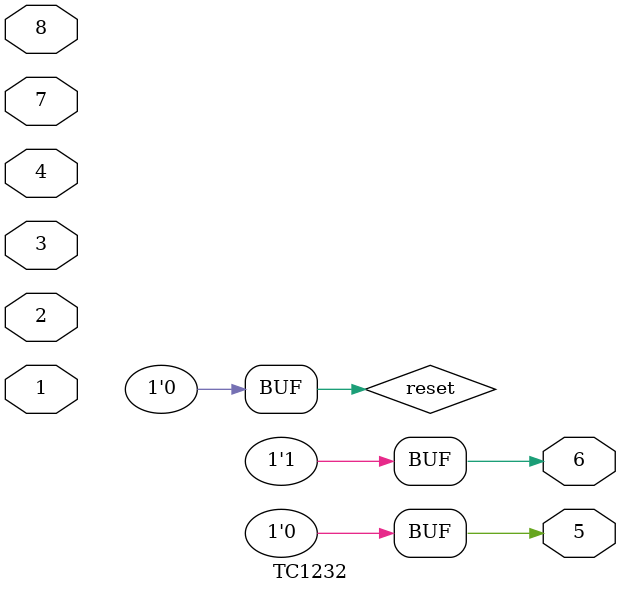
<source format=v>
/* module for TC1232 CPU watchdog */
`timescale 1 ns / 100 ps
module TC1232 ( \1 , \2 , \3 , \4 , \5 , \6 , \7 , \8 ) ;
  input \1 , \2 , \3 , \4 , \7 , \8 ;
  output \5 , \6 ;
  reg reset ;

  assign \5 = reset ;
  assign \6 = ~reset ;

  initial
  begin
    reset = 1'b1 ;
    #1000
    reset = 1'b0 ;
  end
endmodule

</source>
